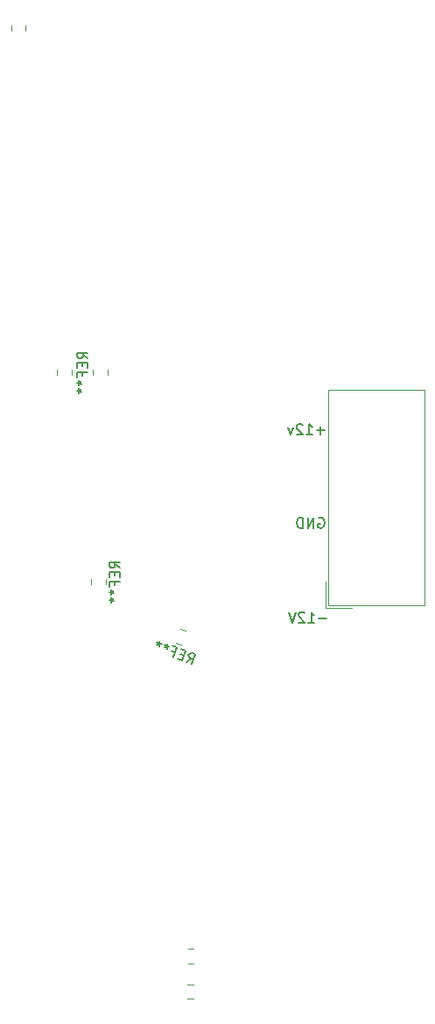
<source format=gbr>
G04 #@! TF.GenerationSoftware,KiCad,Pcbnew,(5.1.2-1)-1*
G04 #@! TF.CreationDate,2022-01-02T20:14:42-05:00*
G04 #@! TF.ProjectId,EchoFXXX_MFOS,4563686f-4658-4585-985f-4d464f532e6b,rev?*
G04 #@! TF.SameCoordinates,Original*
G04 #@! TF.FileFunction,Legend,Bot*
G04 #@! TF.FilePolarity,Positive*
%FSLAX46Y46*%
G04 Gerber Fmt 4.6, Leading zero omitted, Abs format (unit mm)*
G04 Created by KiCad (PCBNEW (5.1.2-1)-1) date 2022-01-02 20:14:42*
%MOMM*%
%LPD*%
G04 APERTURE LIST*
%ADD10C,0.150000*%
%ADD11C,0.120000*%
G04 APERTURE END LIST*
D10*
X52111904Y-76281428D02*
X51350000Y-76281428D01*
X50350000Y-76662380D02*
X50921428Y-76662380D01*
X50635714Y-76662380D02*
X50635714Y-75662380D01*
X50730952Y-75805238D01*
X50826190Y-75900476D01*
X50921428Y-75948095D01*
X49969047Y-75757619D02*
X49921428Y-75710000D01*
X49826190Y-75662380D01*
X49588095Y-75662380D01*
X49492857Y-75710000D01*
X49445238Y-75757619D01*
X49397619Y-75852857D01*
X49397619Y-75948095D01*
X49445238Y-76090952D01*
X50016666Y-76662380D01*
X49397619Y-76662380D01*
X49111904Y-75662380D02*
X48778571Y-76662380D01*
X48445238Y-75662380D01*
X51331904Y-66570000D02*
X51427142Y-66522380D01*
X51570000Y-66522380D01*
X51712857Y-66570000D01*
X51808095Y-66665238D01*
X51855714Y-66760476D01*
X51903333Y-66950952D01*
X51903333Y-67093809D01*
X51855714Y-67284285D01*
X51808095Y-67379523D01*
X51712857Y-67474761D01*
X51570000Y-67522380D01*
X51474761Y-67522380D01*
X51331904Y-67474761D01*
X51284285Y-67427142D01*
X51284285Y-67093809D01*
X51474761Y-67093809D01*
X50855714Y-67522380D02*
X50855714Y-66522380D01*
X50284285Y-67522380D01*
X50284285Y-66522380D01*
X49808095Y-67522380D02*
X49808095Y-66522380D01*
X49570000Y-66522380D01*
X49427142Y-66570000D01*
X49331904Y-66665238D01*
X49284285Y-66760476D01*
X49236666Y-66950952D01*
X49236666Y-67093809D01*
X49284285Y-67284285D01*
X49331904Y-67379523D01*
X49427142Y-67474761D01*
X49570000Y-67522380D01*
X49808095Y-67522380D01*
X51914285Y-58101428D02*
X51152380Y-58101428D01*
X51533333Y-58482380D02*
X51533333Y-57720476D01*
X50152380Y-58482380D02*
X50723809Y-58482380D01*
X50438095Y-58482380D02*
X50438095Y-57482380D01*
X50533333Y-57625238D01*
X50628571Y-57720476D01*
X50723809Y-57768095D01*
X49771428Y-57577619D02*
X49723809Y-57530000D01*
X49628571Y-57482380D01*
X49390476Y-57482380D01*
X49295238Y-57530000D01*
X49247619Y-57577619D01*
X49200000Y-57672857D01*
X49200000Y-57768095D01*
X49247619Y-57910952D01*
X49819047Y-58482380D01*
X49200000Y-58482380D01*
X48866666Y-57815714D02*
X48628571Y-58482380D01*
X48390476Y-57815714D01*
D11*
X21580000Y-19451252D02*
X21580000Y-18928748D01*
X23000000Y-19451252D02*
X23000000Y-18928748D01*
X38668748Y-111630000D02*
X39191252Y-111630000D01*
X38668748Y-113050000D02*
X39191252Y-113050000D01*
X38738748Y-108220000D02*
X39261252Y-108220000D01*
X38738748Y-109640000D02*
X39261252Y-109640000D01*
X30910000Y-52218748D02*
X30910000Y-52741252D01*
X29490000Y-52218748D02*
X29490000Y-52741252D01*
X27460000Y-52198748D02*
X27460000Y-52721252D01*
X26040000Y-52198748D02*
X26040000Y-52721252D01*
X29300000Y-72971252D02*
X29300000Y-72448748D01*
X30720000Y-72971252D02*
X30720000Y-72448748D01*
X37997338Y-77293465D02*
X38488331Y-77472172D01*
X37511669Y-78627828D02*
X38002662Y-78806535D01*
X61585000Y-75000000D02*
X61585000Y-54140000D01*
X61585000Y-54140000D02*
X52235000Y-54140000D01*
X52235000Y-54140000D02*
X52235000Y-75000000D01*
X52235000Y-75000000D02*
X61585000Y-75000000D01*
X51985000Y-75250000D02*
X51985000Y-72710000D01*
X51985000Y-75250000D02*
X54525000Y-75250000D01*
D10*
X29002380Y-51146666D02*
X28526190Y-50813333D01*
X29002380Y-50575238D02*
X28002380Y-50575238D01*
X28002380Y-50956190D01*
X28050000Y-51051428D01*
X28097619Y-51099047D01*
X28192857Y-51146666D01*
X28335714Y-51146666D01*
X28430952Y-51099047D01*
X28478571Y-51051428D01*
X28526190Y-50956190D01*
X28526190Y-50575238D01*
X28478571Y-51575238D02*
X28478571Y-51908571D01*
X29002380Y-52051428D02*
X29002380Y-51575238D01*
X28002380Y-51575238D01*
X28002380Y-52051428D01*
X28478571Y-52813333D02*
X28478571Y-52480000D01*
X29002380Y-52480000D02*
X28002380Y-52480000D01*
X28002380Y-52956190D01*
X28002380Y-53480000D02*
X28240476Y-53480000D01*
X28145238Y-53241904D02*
X28240476Y-53480000D01*
X28145238Y-53718095D01*
X28430952Y-53337142D02*
X28240476Y-53480000D01*
X28430952Y-53622857D01*
X28002380Y-54241904D02*
X28240476Y-54241904D01*
X28145238Y-54003809D02*
X28240476Y-54241904D01*
X28145238Y-54480000D01*
X28430952Y-54099047D02*
X28240476Y-54241904D01*
X28430952Y-54384761D01*
X32112380Y-71376666D02*
X31636190Y-71043333D01*
X32112380Y-70805238D02*
X31112380Y-70805238D01*
X31112380Y-71186190D01*
X31160000Y-71281428D01*
X31207619Y-71329047D01*
X31302857Y-71376666D01*
X31445714Y-71376666D01*
X31540952Y-71329047D01*
X31588571Y-71281428D01*
X31636190Y-71186190D01*
X31636190Y-70805238D01*
X31588571Y-71805238D02*
X31588571Y-72138571D01*
X32112380Y-72281428D02*
X32112380Y-71805238D01*
X31112380Y-71805238D01*
X31112380Y-72281428D01*
X31588571Y-73043333D02*
X31588571Y-72710000D01*
X32112380Y-72710000D02*
X31112380Y-72710000D01*
X31112380Y-73186190D01*
X31112380Y-73710000D02*
X31350476Y-73710000D01*
X31255238Y-73471904D02*
X31350476Y-73710000D01*
X31255238Y-73948095D01*
X31540952Y-73567142D02*
X31350476Y-73710000D01*
X31540952Y-73852857D01*
X31112380Y-74471904D02*
X31350476Y-74471904D01*
X31255238Y-74233809D02*
X31350476Y-74471904D01*
X31255238Y-74710000D01*
X31540952Y-74329047D02*
X31350476Y-74471904D01*
X31540952Y-74614761D01*
X38533866Y-80481617D02*
X39009963Y-80148151D01*
X39070833Y-80677057D02*
X39412853Y-79737365D01*
X39054875Y-79607071D01*
X38949094Y-79619245D01*
X38888060Y-79647706D01*
X38810739Y-79720914D01*
X38761879Y-79855156D01*
X38774053Y-79960937D01*
X38802514Y-80021971D01*
X38875721Y-80099291D01*
X39233700Y-80229585D01*
X38310294Y-79842817D02*
X37997063Y-79728811D01*
X37683668Y-80172171D02*
X38131140Y-80335037D01*
X38473160Y-79395345D01*
X38025688Y-79232478D01*
X37146865Y-79419364D02*
X37460096Y-79533371D01*
X37280942Y-80025591D02*
X37622962Y-79085898D01*
X37175490Y-78923031D01*
X36683270Y-78743878D02*
X36601836Y-78967614D01*
X36858146Y-78959553D02*
X36601836Y-78967614D01*
X36410673Y-78796686D01*
X36670931Y-79195463D02*
X36601836Y-78967614D01*
X36402448Y-79097743D01*
X35967313Y-78483291D02*
X35885880Y-78707027D01*
X36142190Y-78698966D02*
X35885880Y-78707027D01*
X35694717Y-78536099D01*
X35954975Y-78934876D02*
X35885880Y-78707027D01*
X35686491Y-78837156D01*
M02*

</source>
